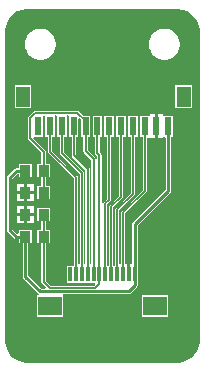
<source format=gtl>
G04*
G04 #@! TF.GenerationSoftware,Altium Limited,Altium Designer,22.8.2 (66)*
G04*
G04 Layer_Physical_Order=1*
G04 Layer_Color=255*
%FSLAX44Y44*%
%MOMM*%
G71*
G04*
G04 #@! TF.SameCoordinates,461F48FB-66DF-4060-B8FC-CAE3B283AE13*
G04*
G04*
G04 #@! TF.FilePolarity,Positive*
G04*
G01*
G75*
%ADD11C,0.2540*%
%ADD13R,0.9300X0.9800*%
%ADD14R,2.0000X1.6000*%
%ADD15R,0.3000X1.3000*%
%ADD16R,1.2000X1.8000*%
%ADD17R,0.6000X1.5500*%
%ADD24C,0.1524*%
%ADD25C,0.5000*%
G36*
X145500Y300500D02*
X147470D01*
X151334Y299731D01*
X154974Y298224D01*
X158249Y296035D01*
X161035Y293249D01*
X163224Y289974D01*
X164731Y286334D01*
X165500Y282470D01*
Y280500D01*
X165500D01*
X165500Y20500D01*
X165500Y18530D01*
X164731Y14666D01*
X163224Y11026D01*
X161035Y7751D01*
X158249Y4965D01*
X154973Y2776D01*
X151334Y1269D01*
X147470Y500D01*
X18530D01*
X14666Y1269D01*
X11026Y2776D01*
X7751Y4965D01*
X4965Y7751D01*
X2776Y11026D01*
X1269Y14666D01*
X500Y18530D01*
X500Y20500D01*
Y280500D01*
Y282470D01*
X1269Y286334D01*
X2776Y289974D01*
X4965Y293249D01*
X7751Y296035D01*
X11026Y298224D01*
X14666Y299731D01*
X18530Y300500D01*
X20500D01*
X20500Y300500D01*
X145500Y300500D01*
D02*
G37*
%LPC*%
G36*
X136682Y283582D02*
X134318D01*
X134216Y283540D01*
X134107Y283562D01*
X131789Y283100D01*
X131696Y283039D01*
X131586D01*
X129402Y282134D01*
X129323Y282056D01*
X129214Y282034D01*
X127249Y280721D01*
X127188Y280629D01*
X127085Y280586D01*
X125414Y278915D01*
X125371Y278813D01*
X125279Y278751D01*
X123966Y276786D01*
X123944Y276677D01*
X123866Y276598D01*
X122961Y274415D01*
Y274304D01*
X122900Y274211D01*
X122438Y271893D01*
X122460Y271784D01*
X122418Y271682D01*
Y269318D01*
X122460Y269216D01*
X122438Y269107D01*
X122900Y266789D01*
X122961Y266696D01*
Y266586D01*
X123866Y264402D01*
X123944Y264323D01*
X123966Y264214D01*
X125279Y262249D01*
X125371Y262188D01*
X125414Y262085D01*
X127085Y260414D01*
X127188Y260371D01*
X127249Y260279D01*
X129214Y258966D01*
X129323Y258944D01*
X129402Y258866D01*
X131586Y257961D01*
X131696D01*
X131789Y257899D01*
X134107Y257438D01*
X134216Y257460D01*
X134318Y257418D01*
X136682D01*
X136784Y257460D01*
X136893Y257438D01*
X139211Y257899D01*
X139304Y257961D01*
X139415D01*
X141598Y258866D01*
X141677Y258944D01*
X141785Y258966D01*
X143751Y260279D01*
X143813Y260371D01*
X143915Y260414D01*
X145586Y262085D01*
X145629Y262188D01*
X145721Y262249D01*
X147034Y264214D01*
X147056Y264323D01*
X147134Y264402D01*
X148039Y266586D01*
Y266696D01*
X148100Y266789D01*
X148562Y269107D01*
X148540Y269216D01*
X148582Y269318D01*
Y271682D01*
X148540Y271784D01*
X148562Y271893D01*
X148100Y274211D01*
X148039Y274304D01*
Y274415D01*
X147134Y276598D01*
X147056Y276677D01*
X147034Y276786D01*
X145721Y278751D01*
X145629Y278813D01*
X145586Y278915D01*
X143915Y280586D01*
X143813Y280629D01*
X143751Y280721D01*
X141785Y282034D01*
X141677Y282056D01*
X141598Y282134D01*
X139415Y283039D01*
X139304D01*
X139211Y283100D01*
X136893Y283562D01*
X136784Y283540D01*
X136682Y283582D01*
D02*
G37*
G36*
X31682D02*
X29318D01*
X29216Y283540D01*
X29107Y283562D01*
X26789Y283100D01*
X26696Y283039D01*
X26586D01*
X24402Y282134D01*
X24323Y282056D01*
X24214Y282034D01*
X22249Y280721D01*
X22188Y280629D01*
X22085Y280586D01*
X20414Y278915D01*
X20371Y278813D01*
X20279Y278751D01*
X18966Y276786D01*
X18944Y276677D01*
X18866Y276598D01*
X17961Y274415D01*
Y274304D01*
X17900Y274211D01*
X17438Y271893D01*
X17460Y271784D01*
X17418Y271682D01*
Y269318D01*
X17460Y269216D01*
X17438Y269107D01*
X17900Y266789D01*
X17961Y266696D01*
Y266586D01*
X18866Y264402D01*
X18944Y264323D01*
X18966Y264214D01*
X20279Y262249D01*
X20371Y262188D01*
X20414Y262085D01*
X22085Y260414D01*
X22188Y260371D01*
X22249Y260279D01*
X24214Y258966D01*
X24323Y258944D01*
X24402Y258866D01*
X26586Y257961D01*
X26696D01*
X26789Y257899D01*
X29107Y257438D01*
X29216Y257460D01*
X29318Y257418D01*
X31682D01*
X31784Y257460D01*
X31893Y257438D01*
X34211Y257899D01*
X34304Y257961D01*
X34415D01*
X36598Y258866D01*
X36677Y258944D01*
X36786Y258966D01*
X38751Y260279D01*
X38812Y260371D01*
X38915Y260414D01*
X40586Y262085D01*
X40629Y262188D01*
X40721Y262249D01*
X42034Y264214D01*
X42056Y264323D01*
X42134Y264402D01*
X43039Y266586D01*
Y266696D01*
X43100Y266789D01*
X43562Y269107D01*
X43540Y269216D01*
X43582Y269318D01*
Y271682D01*
X43540Y271784D01*
X43562Y271893D01*
X43100Y274211D01*
X43039Y274304D01*
Y274415D01*
X42134Y276598D01*
X42056Y276677D01*
X42034Y276786D01*
X40721Y278751D01*
X40629Y278813D01*
X40586Y278915D01*
X38915Y280586D01*
X38812Y280629D01*
X38751Y280721D01*
X36786Y282034D01*
X36677Y282056D01*
X36598Y282134D01*
X34415Y283039D01*
X34304D01*
X34211Y283100D01*
X31893Y283562D01*
X31784Y283540D01*
X31682Y283582D01*
D02*
G37*
G36*
X158820Y236239D02*
X144820D01*
Y216239D01*
X158820D01*
Y236239D01*
D02*
G37*
G36*
X22820D02*
X8820D01*
Y216239D01*
X22820D01*
Y236239D01*
D02*
G37*
G36*
X61961Y214394D02*
X26162D01*
X25475Y214258D01*
X24892Y213868D01*
X20320Y209296D01*
X19930Y208713D01*
X19793Y208026D01*
Y191262D01*
X19930Y190574D01*
X20320Y189992D01*
X31477Y178834D01*
Y169476D01*
X27624D01*
Y157676D01*
X31477D01*
Y150849D01*
X27624D01*
Y139049D01*
X38924D01*
Y150849D01*
X35071D01*
Y157676D01*
X38924D01*
Y169476D01*
X35071D01*
Y179578D01*
X34934Y180266D01*
X34544Y180848D01*
X24733Y190660D01*
X24729Y191061D01*
X25873Y192239D01*
X26036Y192239D01*
X32820D01*
Y209333D01*
X33791Y210462D01*
X34479D01*
X34820Y209739D01*
X34820Y209531D01*
Y192239D01*
X37024D01*
Y179620D01*
X37160Y178932D01*
X37550Y178350D01*
X58749Y157150D01*
Y83135D01*
X53055D01*
Y68135D01*
X61780D01*
X63046Y68135D01*
X64316Y68135D01*
X68050Y68135D01*
X69320Y68135D01*
X71788D01*
X73053Y68135D01*
Y68135D01*
X73058D01*
Y68135D01*
X76440D01*
X76901Y67021D01*
X76113Y66059D01*
X39098D01*
X35071Y70086D01*
Y101796D01*
X38924D01*
Y113596D01*
X35071D01*
Y120423D01*
X38924D01*
Y132223D01*
X27624D01*
Y120423D01*
X31477D01*
Y113596D01*
X27624D01*
Y101796D01*
X31477D01*
Y69342D01*
X31614Y68654D01*
X32004Y68072D01*
X35374Y64702D01*
X34887Y63528D01*
X31439D01*
X20189Y74779D01*
Y101796D01*
X23524D01*
Y113596D01*
X12224D01*
Y110408D01*
X10954Y110175D01*
X6887Y114243D01*
Y156775D01*
X10954Y160843D01*
X12224Y160317D01*
Y157676D01*
X23524D01*
Y169476D01*
X12224D01*
Y165891D01*
X10414D01*
X9528Y165714D01*
X8777Y165213D01*
X2935Y159371D01*
X2434Y158620D01*
X2257Y157734D01*
Y113284D01*
X2434Y112398D01*
X2935Y111647D01*
X8523Y106059D01*
X9274Y105558D01*
X10160Y105382D01*
X12224D01*
Y101796D01*
X15560D01*
Y73820D01*
X15736Y72934D01*
X16237Y72183D01*
X28843Y59577D01*
X29558Y59100D01*
X29580Y59002D01*
X29346Y57830D01*
X27557D01*
Y39830D01*
X49557D01*
Y57629D01*
X49557Y57830D01*
X50042Y58899D01*
X105410D01*
X106296Y59076D01*
X107047Y59577D01*
X112195Y64726D01*
X112697Y65477D01*
X112873Y66363D01*
Y68135D01*
X113058D01*
Y83135D01*
X112873D01*
Y117220D01*
X140456Y144803D01*
X140958Y145554D01*
X141134Y146440D01*
Y192239D01*
X142820D01*
Y209739D01*
X134820Y209739D01*
X134360Y210818D01*
Y211279D01*
X130090D01*
Y200989D01*
Y190699D01*
X134360D01*
Y191159D01*
X134575Y191665D01*
X135989Y191857D01*
X136505Y191341D01*
Y147399D01*
X108922Y119815D01*
X108420Y119064D01*
X108244Y118179D01*
Y84675D01*
X106825D01*
Y75635D01*
X104285D01*
Y84675D01*
X102347D01*
Y127439D01*
X120090Y145182D01*
X120480Y145765D01*
X120616Y146452D01*
Y191341D01*
X121515Y192239D01*
X122820Y192239D01*
X123280Y191159D01*
Y190699D01*
X127550D01*
Y200989D01*
Y211279D01*
X123280D01*
Y210819D01*
X122820Y209739D01*
X122010Y209739D01*
X114820D01*
Y192239D01*
X117023D01*
Y147197D01*
X99281Y129454D01*
X98891Y128871D01*
X98755Y128183D01*
Y84767D01*
X98049Y84446D01*
X97773Y84572D01*
X97344Y85075D01*
Y129937D01*
X110090Y142684D01*
X110480Y143267D01*
X110617Y143954D01*
Y192239D01*
X112820D01*
Y209739D01*
X104820D01*
Y192239D01*
X107023D01*
Y144698D01*
X94277Y131952D01*
X93887Y131369D01*
X93751Y130681D01*
Y83135D01*
X92353D01*
Y132442D01*
X100090Y140180D01*
X100480Y140762D01*
X100617Y141450D01*
Y192239D01*
X102820D01*
Y209739D01*
X94820D01*
Y192239D01*
X97023D01*
Y142194D01*
X89286Y134456D01*
X88896Y133874D01*
X88760Y133186D01*
Y83135D01*
X87361D01*
Y134946D01*
X90090Y137675D01*
X90480Y138258D01*
X90617Y138945D01*
Y192239D01*
X92820D01*
Y209739D01*
X84820D01*
Y192239D01*
X87023D01*
Y139690D01*
X84295Y136961D01*
X83905Y136378D01*
X83769Y135690D01*
Y84767D01*
X83063Y84446D01*
X82787Y84572D01*
X82358Y85075D01*
Y176487D01*
X82221Y177174D01*
X81832Y177757D01*
X80617Y178972D01*
Y192239D01*
X82820D01*
Y209739D01*
X74820D01*
Y192239D01*
X77024D01*
Y178228D01*
X77160Y177540D01*
X77550Y176958D01*
X78765Y175743D01*
Y84767D01*
X78059Y84446D01*
X77783Y84572D01*
X77354Y85075D01*
Y173109D01*
X77217Y173796D01*
X76828Y174379D01*
X70616Y180590D01*
Y192239D01*
X72820D01*
Y209739D01*
X67361D01*
X63231Y213868D01*
X62649Y214258D01*
X61961Y214394D01*
D02*
G37*
G36*
X25064Y152389D02*
X19144D01*
Y146219D01*
X25064D01*
Y152389D01*
D02*
G37*
G36*
X16604D02*
X10684D01*
Y146219D01*
X16604D01*
Y152389D01*
D02*
G37*
G36*
X25064Y143679D02*
X19144D01*
Y137509D01*
X25064D01*
Y143679D01*
D02*
G37*
G36*
X16604D02*
X10684D01*
Y137509D01*
X16604D01*
Y143679D01*
D02*
G37*
G36*
X25064Y133763D02*
X19144D01*
Y127593D01*
X25064D01*
Y133763D01*
D02*
G37*
G36*
X16604D02*
X10684D01*
Y127593D01*
X16604D01*
Y133763D01*
D02*
G37*
G36*
X25064Y125053D02*
X19144D01*
Y118883D01*
X25064D01*
Y125053D01*
D02*
G37*
G36*
X16604D02*
X10684D01*
Y118883D01*
X16604D01*
Y125053D01*
D02*
G37*
G36*
X138559Y57825D02*
X116559D01*
Y39825D01*
X138559D01*
Y57825D01*
D02*
G37*
%LPD*%
G36*
X64820Y207192D02*
Y192239D01*
X67024D01*
Y179846D01*
X67160Y179158D01*
X67550Y178576D01*
X73761Y172365D01*
Y84767D01*
X73056Y84446D01*
X72779Y84572D01*
X72350Y85075D01*
Y164650D01*
X72213Y165338D01*
X71824Y165921D01*
X60617Y177128D01*
Y192239D01*
X62820D01*
Y207453D01*
X63929Y207927D01*
X64820Y207192D01*
D02*
G37*
G36*
X44820Y209333D02*
Y192239D01*
X47024D01*
Y178510D01*
X47160Y177822D01*
X47550Y177240D01*
X63753Y161036D01*
Y84767D01*
X63048Y84446D01*
X62772Y84572D01*
X62343Y85075D01*
Y157894D01*
X62206Y158581D01*
X61816Y159164D01*
X40617Y180364D01*
Y192239D01*
X42820D01*
Y209531D01*
X42820Y209739D01*
X43161Y210462D01*
X43999D01*
X44820Y209333D01*
D02*
G37*
G36*
X54820D02*
Y192239D01*
X57024D01*
Y176384D01*
X57160Y175696D01*
X57550Y175114D01*
X68757Y163906D01*
Y84767D01*
X68052Y84446D01*
X67775Y84572D01*
X67346Y85075D01*
Y161780D01*
X67210Y162468D01*
X66820Y163051D01*
X50617Y179254D01*
Y192239D01*
X52820D01*
Y209531D01*
X52820Y209739D01*
X53161Y210462D01*
X53849D01*
X54820Y209333D01*
D02*
G37*
D11*
X17874Y73820D02*
Y107696D01*
Y73820D02*
X30480Y61214D01*
X105410D02*
X110559Y66363D01*
Y75635D01*
X30480Y61214D02*
X105410D01*
X4572Y157734D02*
X10414Y163576D01*
X17874D01*
X4572Y113284D02*
Y157734D01*
X10160Y107696D02*
X17874D01*
X4572Y113284D02*
X10160Y107696D01*
X138820Y146440D02*
Y200989D01*
X110559Y75635D02*
Y118179D01*
X138820Y146440D01*
D13*
X33274Y144949D02*
D03*
X17874D02*
D03*
X33274Y126323D02*
D03*
X17874D02*
D03*
X33274Y163576D02*
D03*
X17874D02*
D03*
X33274Y107696D02*
D03*
X17874D02*
D03*
D14*
X38557Y48830D02*
D03*
X127559Y48825D02*
D03*
D15*
X110559Y75635D02*
D03*
X105555D02*
D03*
X100551D02*
D03*
X95547D02*
D03*
X90556D02*
D03*
X85565D02*
D03*
X80561D02*
D03*
X75557D02*
D03*
X70554D02*
D03*
X65550D02*
D03*
X60546D02*
D03*
X55555D02*
D03*
D16*
X15820Y226239D02*
D03*
X151820D02*
D03*
D17*
X98820Y200989D02*
D03*
X138820D02*
D03*
X128820D02*
D03*
X118820D02*
D03*
X108820D02*
D03*
X88820D02*
D03*
X78820D02*
D03*
X68820D02*
D03*
X58820D02*
D03*
X48820D02*
D03*
X38820D02*
D03*
X28820D02*
D03*
D24*
X33274Y69342D02*
X38354Y64262D01*
X33274Y69342D02*
Y107696D01*
X38354Y64262D02*
X76904D01*
X80383Y67742D01*
X33274Y107696D02*
Y126323D01*
X80383Y75457D02*
X80561Y75635D01*
X80383Y67742D02*
Y75457D01*
X80561Y75635D02*
Y176487D01*
X33274Y144949D02*
Y179578D01*
X21590Y191262D02*
X33274Y179578D01*
X21590Y191262D02*
Y208026D01*
X26162Y212598D01*
X61961D01*
X68820Y205739D01*
Y200989D02*
Y205739D01*
X78820Y178228D02*
Y200989D01*
Y178228D02*
X80561Y176487D01*
X75557Y75635D02*
Y173109D01*
X68820Y179846D02*
X75557Y173109D01*
X68820Y179846D02*
Y200989D01*
X48820Y178510D02*
Y200989D01*
X65550Y75635D02*
Y161780D01*
X48820Y178510D02*
X65550Y161780D01*
X70554Y75635D02*
Y164650D01*
X58820Y176384D02*
Y200989D01*
Y176384D02*
X70554Y164650D01*
X100551Y75635D02*
Y128183D01*
X118820Y146452D01*
Y200989D01*
X95547Y130681D02*
X108820Y143954D01*
Y200989D01*
X95547Y75635D02*
Y130681D01*
X90556Y133186D02*
X98820Y141450D01*
Y200989D01*
X90556Y75635D02*
Y133186D01*
X85565Y75635D02*
Y135690D01*
X88820Y138945D02*
Y200989D01*
X85565Y135690D02*
X88820Y138945D01*
X60546Y75635D02*
Y157894D01*
X38820Y179620D02*
X60546Y157894D01*
X38820Y179620D02*
Y200989D01*
D25*
X144780Y247142D02*
D03*
X108966Y245364D02*
D03*
X73660Y245110D02*
D03*
X27686Y245364D02*
D03*
X21590Y26162D02*
D03*
X25908Y81026D02*
D03*
Y91694D02*
D03*
X17018Y44196D02*
D03*
X118110Y221996D02*
D03*
X86614Y222504D02*
D03*
X48768Y224536D02*
D03*
X9398Y194818D02*
D03*
X17018Y180340D02*
D03*
X49784Y152908D02*
D03*
X49022Y120142D02*
D03*
X44196Y86614D02*
D03*
X60706Y46736D02*
D03*
X81534Y46228D02*
D03*
X105664Y39878D02*
D03*
X123952Y84328D02*
D03*
X122936Y103124D02*
D03*
X125222Y120142D02*
D03*
X139954Y134366D02*
D03*
X121666Y138938D02*
D03*
X128778Y163576D02*
D03*
X128016Y181102D02*
D03*
M02*

</source>
